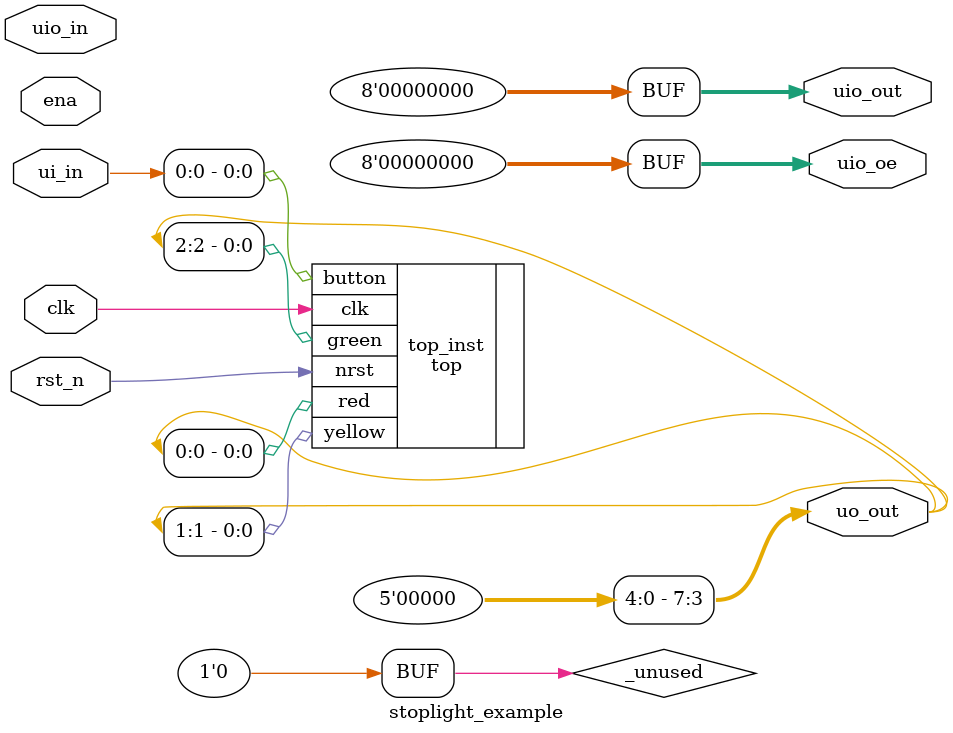
<source format=v>
`default_nettype none

module stoplight_example (
`ifdef USE_POWER_PINS
    inout VPWR,
    inout VGND,
`endif
    input  wire [7:0] ui_in,    // Dedicated inputs
    output wire [7:0] uo_out,   // Dedicated outputs
    input  wire [7:0] uio_in,   // IOs: Input path
    output wire [7:0] uio_out,  // IOs: Output path
    output wire [7:0] uio_oe,   // IOs: Enable path (active high: 0=input, 1=output)
    input  wire       ena,      // always 1 when the design is powered, so you can ignore it
    input  wire       clk,      // clock
    input  wire       rst_n     // reset_n - low to reset
);

  // All output pins must be assigned. If not used, assign to 0.
  assign uo_out[7:3] = '0;
  assign uio_out = '0;
  assign uio_oe  = '0;

  top #() top_inst(.clk(clk), .nrst(rst_n), .button(ui_in[0]), .red(uo_out[0]), .yellow(uo_out[1]), .green(uo_out[2]));

  // List all unused inputs to prevent warnings
  wire _unused = &{ena, clk, rst_n, 1'b0};

endmodule
</source>
